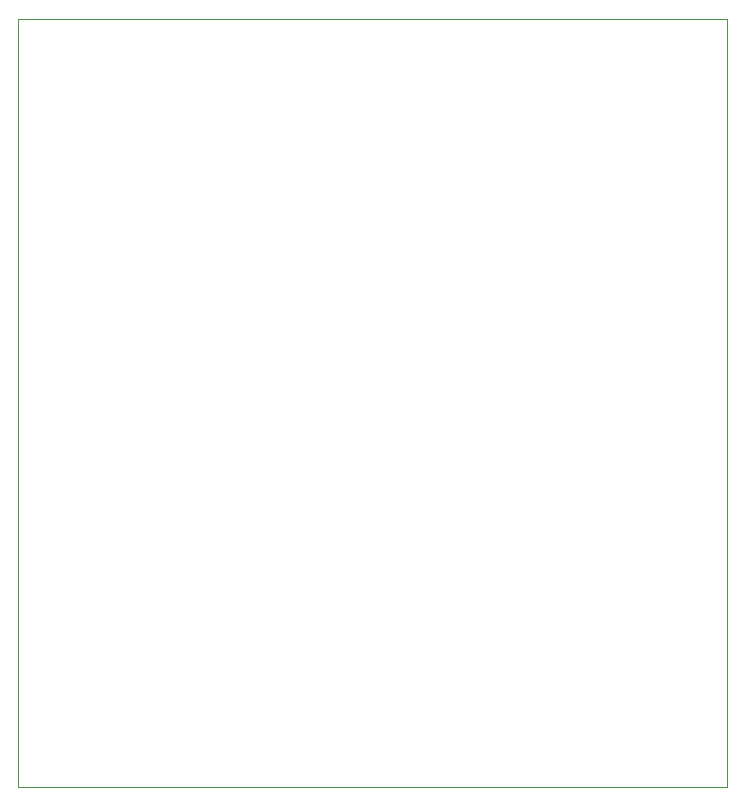
<source format=gm1>
G04 #@! TF.GenerationSoftware,KiCad,Pcbnew,(6.0.1)*
G04 #@! TF.CreationDate,2022-05-20T19:42:19-05:00*
G04 #@! TF.ProjectId,esp32_2,65737033-325f-4322-9e6b-696361645f70,rev?*
G04 #@! TF.SameCoordinates,Original*
G04 #@! TF.FileFunction,Profile,NP*
%FSLAX46Y46*%
G04 Gerber Fmt 4.6, Leading zero omitted, Abs format (unit mm)*
G04 Created by KiCad (PCBNEW (6.0.1)) date 2022-05-20 19:42:19*
%MOMM*%
%LPD*%
G01*
G04 APERTURE LIST*
G04 #@! TA.AperFunction,Profile*
%ADD10C,0.100000*%
G04 #@! TD*
G04 APERTURE END LIST*
D10*
X125700000Y-27400000D02*
X185700000Y-27400000D01*
X185700000Y-27400000D02*
X185700000Y-92400000D01*
X185700000Y-92400000D02*
X125700000Y-92400000D01*
X125700000Y-92400000D02*
X125700000Y-27400000D01*
M02*

</source>
